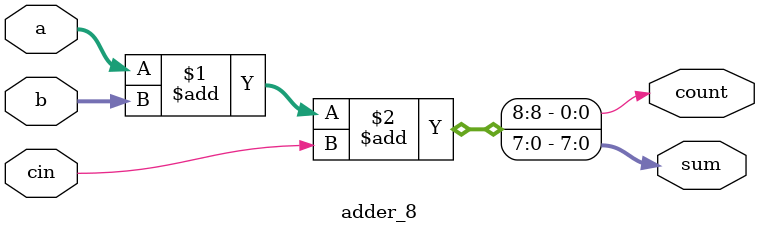
<source format=v>
module adder_8(count , sum , a , b, cin );
	output count ;
	output [7:0] sum ;
	input cin ;
	input [7:0] a , b;
	assign {count , sum } = a + b + cin ;
endmodule 

</source>
